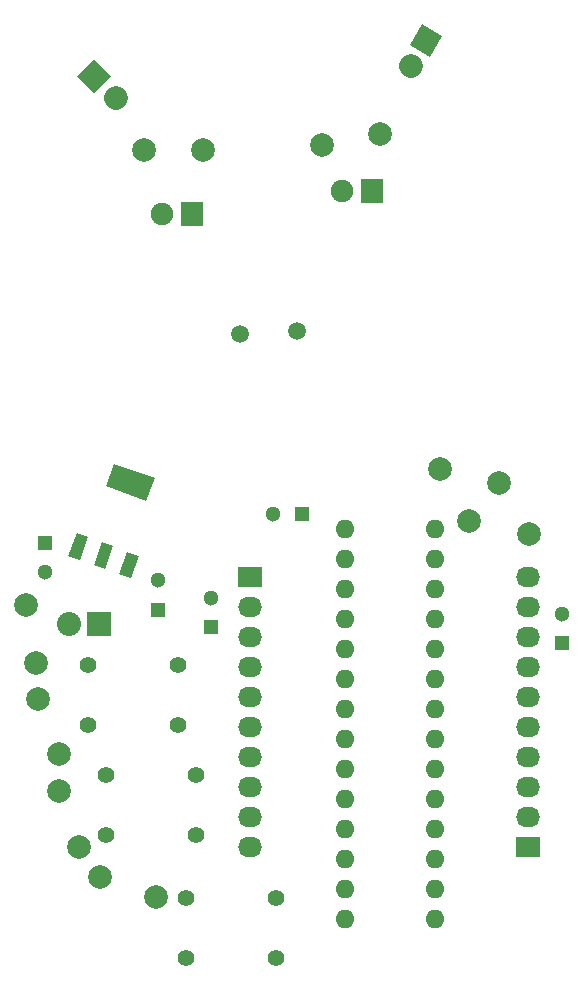
<source format=gbs>
G04 #@! TF.FileFunction,Soldermask,Bot*
%FSLAX46Y46*%
G04 Gerber Fmt 4.6, Leading zero omitted, Abs format (unit mm)*
G04 Created by KiCad (PCBNEW 0.201507042246+5884~23~ubuntu14.04.1-product) date Thu 09 Jul 2015 02:20:40 PM PDT*
%MOMM*%
G01*
G04 APERTURE LIST*
%ADD10C,0.150000*%
%ADD11O,1.600000X1.600000*%
%ADD12C,2.032000*%
%ADD13R,2.032000X2.032000*%
%ADD14O,2.032000X2.032000*%
%ADD15C,1.501140*%
%ADD16R,2.032000X1.727200*%
%ADD17O,2.032000X1.727200*%
%ADD18R,1.300000X1.300000*%
%ADD19C,1.300000*%
%ADD20C,1.998980*%
%ADD21R,1.900000X2.000000*%
%ADD22C,1.900000*%
%ADD23C,1.397000*%
G04 APERTURE END LIST*
D10*
D11*
X219837000Y-110109000D03*
X219837000Y-112649000D03*
X219837000Y-115189000D03*
X219837000Y-117729000D03*
X219837000Y-120269000D03*
X219837000Y-122809000D03*
X219837000Y-125349000D03*
X219837000Y-127889000D03*
X219837000Y-130429000D03*
X219837000Y-132969000D03*
X219837000Y-135509000D03*
X219837000Y-138049000D03*
X219837000Y-140589000D03*
X219837000Y-143129000D03*
X227457000Y-143129000D03*
X227457000Y-140589000D03*
X227457000Y-138049000D03*
X227457000Y-135509000D03*
X227457000Y-132969000D03*
X227457000Y-130429000D03*
X227457000Y-127889000D03*
X227457000Y-125349000D03*
X227457000Y-122809000D03*
X227457000Y-120269000D03*
X227457000Y-117729000D03*
X227457000Y-115189000D03*
X227457000Y-112649000D03*
X227457000Y-110109000D03*
D10*
G36*
X198628000Y-73191841D02*
X197191159Y-71755000D01*
X198628000Y-70318159D01*
X200064841Y-71755000D01*
X198628000Y-73191841D01*
X198628000Y-73191841D01*
G37*
D12*
X200424051Y-73551051D02*
X200424051Y-73551051D01*
D10*
G36*
X225307118Y-69078882D02*
X226323118Y-67319118D01*
X228082882Y-68335118D01*
X227066882Y-70094882D01*
X225307118Y-69078882D01*
X225307118Y-69078882D01*
G37*
D12*
X225425000Y-70906705D02*
X225425000Y-70906705D01*
D13*
X199009000Y-118110000D03*
D14*
X196469000Y-118110000D03*
D15*
X215797595Y-93344251D03*
X210922405Y-93599749D03*
D10*
G36*
X203728353Y-105787894D02*
X203033368Y-107697349D01*
X199596349Y-106446376D01*
X200291334Y-104536921D01*
X203728353Y-105787894D01*
X203728353Y-105787894D01*
G37*
G36*
X200228505Y-111541884D02*
X199533520Y-113451339D01*
X198578793Y-113103846D01*
X199273778Y-111194391D01*
X200228505Y-111541884D01*
X200228505Y-111541884D01*
G37*
G36*
X198080368Y-110760026D02*
X197385383Y-112669481D01*
X196430656Y-112321988D01*
X197125641Y-110412533D01*
X198080368Y-110760026D01*
X198080368Y-110760026D01*
G37*
G36*
X202376643Y-112323742D02*
X201681658Y-114233197D01*
X200726931Y-113885704D01*
X201421916Y-111976249D01*
X202376643Y-112323742D01*
X202376643Y-112323742D01*
G37*
D16*
X211836000Y-114173000D03*
D17*
X211836000Y-116713000D03*
X211836000Y-119253000D03*
X211836000Y-121793000D03*
X211836000Y-124333000D03*
X211836000Y-126873000D03*
X211836000Y-129413000D03*
X211836000Y-131953000D03*
X211836000Y-134493000D03*
X211836000Y-137033000D03*
D16*
X235331000Y-137033000D03*
D17*
X235331000Y-134493000D03*
X235331000Y-131953000D03*
X235331000Y-129413000D03*
X235331000Y-126873000D03*
X235331000Y-124333000D03*
X235331000Y-121793000D03*
X235331000Y-119253000D03*
X235331000Y-116713000D03*
X235331000Y-114173000D03*
D18*
X204038200Y-116890800D03*
D19*
X204038200Y-114390800D03*
D18*
X194462400Y-111252000D03*
D19*
X194462400Y-113752000D03*
D18*
X238252000Y-119761000D03*
D19*
X238252000Y-117261000D03*
D18*
X216204800Y-108788200D03*
D19*
X213704800Y-108788200D03*
D18*
X208457800Y-118389400D03*
D19*
X208457800Y-115889400D03*
D20*
X193677209Y-121434989D03*
X192808750Y-116509709D03*
X199124170Y-139530969D03*
X203823817Y-141241500D03*
X217883611Y-77523009D03*
X222808891Y-76654550D03*
X202859640Y-77978000D03*
X207860900Y-77978000D03*
X232912920Y-106166491D03*
X235413550Y-110497709D03*
X230357680Y-109352509D03*
X227857050Y-105021291D03*
X195639569Y-132271370D03*
X197350100Y-136971017D03*
D21*
X206857600Y-83362800D03*
D22*
X204317600Y-83362800D03*
D21*
X222097600Y-81483200D03*
D22*
X219557600Y-81483200D03*
D23*
X205740000Y-121615200D03*
X205740000Y-126695200D03*
X198120000Y-121615200D03*
X198120000Y-126695200D03*
X207264000Y-130860800D03*
X207264000Y-135940800D03*
X199644000Y-130860800D03*
X199644000Y-135940800D03*
X214020400Y-141325600D03*
X214020400Y-146405600D03*
X206400400Y-141325600D03*
X206400400Y-146405600D03*
D20*
X195596631Y-129145430D03*
X193886100Y-124445783D03*
M02*

</source>
